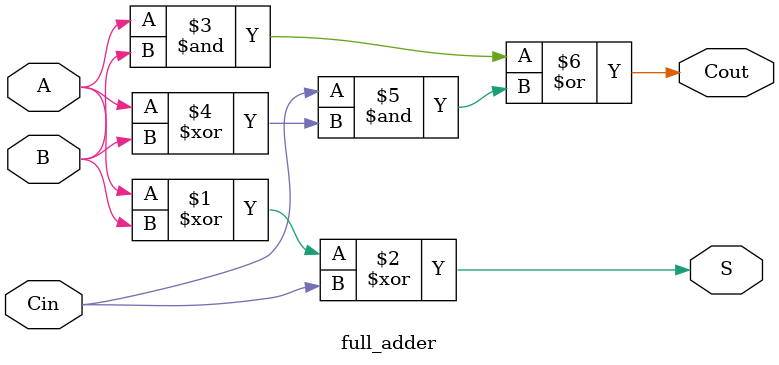
<source format=v>
`timescale 1ns / 1ps

module full_adder (
    input A,          // Input bit A
    input B,          // Input bit B
    input Cin,        // Input carry
    output S,         // Output sum
    output Cout       // Output carry
);

    assign S = A ^ B ^ Cin;                      // XOR for Sum
    assign Cout = (A & B) | (Cin & (A ^ B));     // Logic for Carry Out

endmodule

</source>
